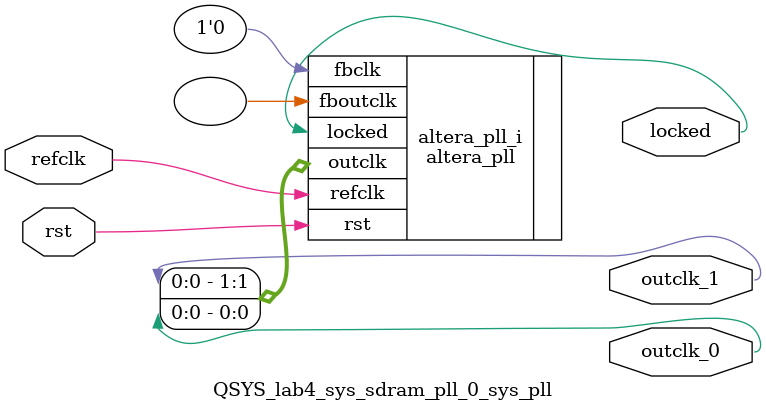
<source format=v>
`timescale 1ns/10ps
module  QSYS_lab4_sys_sdram_pll_0_sys_pll(

	// interface 'refclk'
	input wire refclk,

	// interface 'reset'
	input wire rst,

	// interface 'outclk0'
	output wire outclk_0,

	// interface 'outclk1'
	output wire outclk_1,

	// interface 'locked'
	output wire locked
);

	altera_pll #(
		.fractional_vco_multiplier("false"),
		.reference_clock_frequency("50.0 MHz"),
		.operation_mode("direct"),
		.number_of_clocks(2),
		.output_clock_frequency0("50.000000 MHz"),
		.phase_shift0("0 ps"),
		.duty_cycle0(50),
		.output_clock_frequency1("50.000000 MHz"),
		.phase_shift1("-3000 ps"),
		.duty_cycle1(50),
		.output_clock_frequency2("0 MHz"),
		.phase_shift2("0 ps"),
		.duty_cycle2(50),
		.output_clock_frequency3("0 MHz"),
		.phase_shift3("0 ps"),
		.duty_cycle3(50),
		.output_clock_frequency4("0 MHz"),
		.phase_shift4("0 ps"),
		.duty_cycle4(50),
		.output_clock_frequency5("0 MHz"),
		.phase_shift5("0 ps"),
		.duty_cycle5(50),
		.output_clock_frequency6("0 MHz"),
		.phase_shift6("0 ps"),
		.duty_cycle6(50),
		.output_clock_frequency7("0 MHz"),
		.phase_shift7("0 ps"),
		.duty_cycle7(50),
		.output_clock_frequency8("0 MHz"),
		.phase_shift8("0 ps"),
		.duty_cycle8(50),
		.output_clock_frequency9("0 MHz"),
		.phase_shift9("0 ps"),
		.duty_cycle9(50),
		.output_clock_frequency10("0 MHz"),
		.phase_shift10("0 ps"),
		.duty_cycle10(50),
		.output_clock_frequency11("0 MHz"),
		.phase_shift11("0 ps"),
		.duty_cycle11(50),
		.output_clock_frequency12("0 MHz"),
		.phase_shift12("0 ps"),
		.duty_cycle12(50),
		.output_clock_frequency13("0 MHz"),
		.phase_shift13("0 ps"),
		.duty_cycle13(50),
		.output_clock_frequency14("0 MHz"),
		.phase_shift14("0 ps"),
		.duty_cycle14(50),
		.output_clock_frequency15("0 MHz"),
		.phase_shift15("0 ps"),
		.duty_cycle15(50),
		.output_clock_frequency16("0 MHz"),
		.phase_shift16("0 ps"),
		.duty_cycle16(50),
		.output_clock_frequency17("0 MHz"),
		.phase_shift17("0 ps"),
		.duty_cycle17(50),
		.pll_type("General"),
		.pll_subtype("General")
	) altera_pll_i (
		.rst	(rst),
		.outclk	({outclk_1, outclk_0}),
		.locked	(locked),
		.fboutclk	( ),
		.fbclk	(1'b0),
		.refclk	(refclk)
	);
endmodule


</source>
